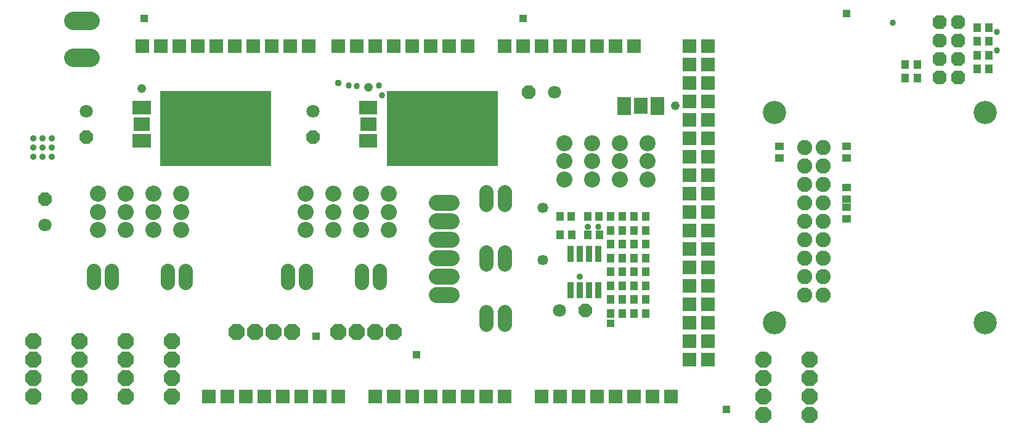
<source format=gbr>
G04 EAGLE Gerber RS-274X export*
G75*
%MOMM*%
%FSLAX34Y34*%
%LPD*%
%INSoldermask Top*%
%IPPOS*%
%AMOC8*
5,1,8,0,0,1.08239X$1,22.5*%
G01*
G04 Define Apertures*
%ADD10R,15.240000X10.318750*%
%ADD11R,1.903200X1.903200*%
%ADD12R,1.124100X1.173400*%
%ADD13R,0.805100X2.168600*%
%ADD14R,1.001900X1.177100*%
%ADD15C,1.463200*%
%ADD16C,1.930400*%
%ADD17P,1.95198X8X22.5*%
%ADD18C,1.803400*%
%ADD19C,2.243200*%
%ADD20C,2.081869*%
%ADD21C,3.203200*%
%ADD22R,1.177100X1.001900*%
%ADD23P,2.08945X8X292.5*%
%ADD24R,0.503200X1.853200*%
%ADD25R,2.203200X1.933200*%
%ADD26C,2.203200*%
%ADD27R,1.853200X0.503200*%
%ADD28R,1.933200X2.203200*%
%ADD29P,1.95198X8X292.5*%
%ADD30P,1.95198X8X202.5*%
%ADD31P,2.42802X8X202.5*%
%ADD32P,2.42802X8X112.5*%
%ADD33C,2.578100*%
%ADD34P,1.95198X8X112.5*%
%ADD35C,0.914400*%
%ADD36R,1.016000X1.016000*%
%ADD37C,1.219200*%
%ADD38C,0.959600*%
%ADD39C,0.863600*%
D10*
X288925Y394494D03*
X600075Y394494D03*
D11*
X279400Y25400D03*
X304800Y25400D03*
X330200Y25400D03*
X355600Y25400D03*
X381000Y25400D03*
X406400Y25400D03*
X431800Y25400D03*
X457200Y25400D03*
X508000Y25400D03*
X533400Y25400D03*
X558800Y25400D03*
X584200Y25400D03*
X609600Y25400D03*
X635000Y25400D03*
X660400Y25400D03*
X685800Y25400D03*
X736600Y25400D03*
X762000Y25400D03*
X787400Y25400D03*
X812800Y25400D03*
X838200Y25400D03*
X863600Y25400D03*
X889000Y25400D03*
X914400Y25400D03*
X939800Y76200D03*
X965200Y76200D03*
X939800Y101600D03*
X939800Y127000D03*
X965200Y101600D03*
X965200Y127000D03*
X939800Y152400D03*
X965200Y152400D03*
X939800Y177800D03*
X965200Y177800D03*
X939800Y203200D03*
X965200Y203200D03*
X939800Y228600D03*
X965200Y228600D03*
X939800Y254000D03*
X965200Y254000D03*
X939800Y279400D03*
X965200Y279400D03*
X939800Y304800D03*
X965200Y304800D03*
X939800Y330200D03*
X965200Y330200D03*
X939800Y355600D03*
X965200Y355600D03*
X939800Y381000D03*
X965200Y381000D03*
X939800Y406400D03*
X965200Y406400D03*
X939800Y431800D03*
X965200Y431800D03*
X939800Y457200D03*
X965200Y457200D03*
X939800Y482600D03*
X965200Y482600D03*
X939800Y508000D03*
X965200Y508000D03*
X863600Y508000D03*
X838200Y508000D03*
X812800Y508000D03*
X787400Y508000D03*
X762000Y508000D03*
X736600Y508000D03*
X711200Y508000D03*
X685800Y508000D03*
X635000Y508000D03*
X609600Y508000D03*
X584200Y508000D03*
X558800Y508000D03*
X533400Y508000D03*
X508000Y508000D03*
X482600Y508000D03*
X457200Y508000D03*
X416560Y508000D03*
X391160Y508000D03*
X365760Y508000D03*
X340360Y508000D03*
X314960Y508000D03*
X289560Y508000D03*
X264160Y508000D03*
X238760Y508000D03*
X213360Y508000D03*
X187960Y508000D03*
D12*
X815784Y273050D03*
X800292Y273050D03*
D13*
X814388Y221551D03*
X801688Y221551D03*
X788988Y221551D03*
X776288Y221551D03*
X776288Y172149D03*
X788988Y172149D03*
X801688Y172149D03*
X814388Y172149D03*
D14*
X831636Y139700D03*
X847940Y139700D03*
X879690Y215900D03*
X863386Y215900D03*
X847940Y234950D03*
X831636Y234950D03*
X879690Y234950D03*
X863386Y234950D03*
X847940Y254000D03*
X831636Y254000D03*
X879690Y254000D03*
X863386Y254000D03*
X847940Y273050D03*
X831636Y273050D03*
X879690Y273050D03*
X863386Y273050D03*
X799886Y247650D03*
X816190Y247650D03*
X761786Y247650D03*
X778090Y247650D03*
D15*
X738188Y285438D03*
X738188Y213038D03*
D14*
X879690Y139700D03*
X863386Y139700D03*
X847940Y158750D03*
X831636Y158750D03*
X879690Y158750D03*
X863386Y158750D03*
X847940Y177800D03*
X831636Y177800D03*
X879690Y177800D03*
X863386Y177800D03*
X847940Y196850D03*
X831636Y196850D03*
X879690Y196850D03*
X863386Y196850D03*
X847940Y215900D03*
X831636Y215900D03*
D12*
X762192Y273050D03*
X777684Y273050D03*
D16*
X685600Y141986D02*
X685600Y124714D01*
X660600Y124714D02*
X660600Y141986D01*
D17*
X796885Y144105D03*
D18*
X761325Y144105D03*
D19*
X613450Y292100D02*
X593050Y292100D01*
X593050Y266700D02*
X613450Y266700D01*
X613450Y241300D02*
X593050Y241300D01*
X593050Y215900D02*
X613450Y215900D01*
X613450Y190500D02*
X593050Y190500D01*
X593050Y165100D02*
X613450Y165100D01*
D20*
X1098550Y165100D03*
X1098550Y190500D03*
X1098550Y215900D03*
X1098550Y241300D03*
X1098550Y266700D03*
X1098550Y292100D03*
X1098550Y317500D03*
X1098550Y342900D03*
X1098550Y368300D03*
X1123950Y165100D03*
X1123950Y190500D03*
X1123950Y215900D03*
X1123950Y241300D03*
X1123950Y266700D03*
X1123950Y292100D03*
X1123950Y317500D03*
X1123950Y342900D03*
X1123950Y368300D03*
D21*
X1056640Y126560D03*
X1056640Y416560D03*
X1346640Y416560D03*
X1346640Y126560D03*
D22*
X1063625Y353798D03*
X1063625Y370102D03*
X1155700Y353798D03*
X1155700Y370102D03*
X1155700Y269978D03*
X1155700Y286282D03*
X1155700Y296648D03*
X1155700Y312952D03*
D23*
X1283335Y541020D03*
X1308735Y541020D03*
X1283335Y515620D03*
X1308735Y515620D03*
X1283335Y490220D03*
X1308735Y490220D03*
X1283335Y464820D03*
X1308735Y464820D03*
D14*
X1236448Y482600D03*
X1252752Y482600D03*
X1236448Y463550D03*
X1252752Y463550D03*
X1334873Y514350D03*
X1351177Y514350D03*
X1334873Y495300D03*
X1351177Y495300D03*
X1351177Y476250D03*
X1334873Y476250D03*
X1351177Y533400D03*
X1334873Y533400D03*
D24*
X197325Y423050D03*
X192325Y423050D03*
X187325Y423050D03*
X182325Y423050D03*
X177325Y423050D03*
X177325Y377050D03*
X182325Y377050D03*
X187325Y377050D03*
X192325Y377050D03*
X197325Y377050D03*
D25*
X187325Y400050D03*
D26*
X241300Y304400D03*
X241300Y279400D03*
X241300Y254400D03*
X203200Y304400D03*
X203200Y279400D03*
X203200Y254400D03*
X165100Y304400D03*
X165100Y279400D03*
X165100Y254400D03*
X127000Y304400D03*
X127000Y279400D03*
X127000Y254400D03*
D16*
X145850Y199136D02*
X145850Y181864D01*
X120850Y181864D02*
X120850Y199136D01*
X247450Y199136D02*
X247450Y181864D01*
X222450Y181864D02*
X222450Y199136D01*
D24*
X508475Y423050D03*
X503475Y423050D03*
X498475Y423050D03*
X493475Y423050D03*
X488475Y423050D03*
X488475Y377050D03*
X493475Y377050D03*
X498475Y377050D03*
X503475Y377050D03*
X508475Y377050D03*
D25*
X498475Y400050D03*
D26*
X527050Y304400D03*
X527050Y279400D03*
X527050Y254400D03*
X488950Y304400D03*
X488950Y279400D03*
X488950Y254400D03*
X450850Y304400D03*
X450850Y279400D03*
X450850Y254400D03*
X412750Y304400D03*
X412750Y279400D03*
X412750Y254400D03*
D16*
X412550Y199136D02*
X412550Y181864D01*
X387550Y181864D02*
X387550Y199136D01*
X514150Y199136D02*
X514150Y181864D01*
X489150Y181864D02*
X489150Y199136D01*
D27*
X896125Y415450D03*
X896125Y420450D03*
X896125Y425450D03*
X896125Y430450D03*
X896125Y435450D03*
X850125Y435450D03*
X850125Y430450D03*
X850125Y425450D03*
X850125Y420450D03*
X850125Y415450D03*
D28*
X873125Y425450D03*
D26*
X882650Y374250D03*
X882650Y349250D03*
X882650Y324250D03*
X844550Y374250D03*
X844550Y349250D03*
X844550Y324250D03*
X806450Y374250D03*
X806450Y349250D03*
X806450Y324250D03*
X768350Y374250D03*
X768350Y349250D03*
X768350Y324250D03*
D16*
X685600Y307086D02*
X685600Y289814D01*
X660600Y289814D02*
X660600Y307086D01*
X685600Y224536D02*
X685600Y207264D01*
X660600Y207264D02*
X660600Y224536D01*
D29*
X111125Y382270D03*
D18*
X111125Y417830D03*
D29*
X422275Y382270D03*
D18*
X422275Y417830D03*
D30*
X718820Y444500D03*
D18*
X754380Y444500D03*
D31*
X228600Y25400D03*
X228600Y50800D03*
X228600Y76200D03*
X228600Y101600D03*
X165100Y25400D03*
X165100Y50800D03*
X165100Y76200D03*
X165100Y101600D03*
X101600Y25400D03*
X101600Y50800D03*
X101600Y76200D03*
X101600Y101600D03*
X38100Y25400D03*
X38100Y50800D03*
X38100Y76200D03*
X38100Y101600D03*
D32*
X317500Y114300D03*
X342900Y114300D03*
X368300Y114300D03*
X393700Y114300D03*
X457200Y114300D03*
X482600Y114300D03*
X508000Y114300D03*
X533400Y114300D03*
D31*
X1041400Y0D03*
X1041400Y25400D03*
X1041400Y50800D03*
X1041400Y76200D03*
X1104900Y0D03*
X1104900Y25400D03*
X1104900Y50800D03*
X1104900Y76200D03*
D33*
X116650Y542925D02*
X92901Y542925D01*
X92901Y492125D02*
X116650Y492125D01*
D34*
X54610Y297180D03*
D18*
X54610Y261620D03*
D35*
X187325Y400050D03*
X180975Y404813D03*
X193675Y404813D03*
X180975Y395288D03*
X193675Y395288D03*
X498475Y400050D03*
X492125Y404813D03*
X504825Y404813D03*
X492125Y395288D03*
X504825Y395288D03*
X873125Y425450D03*
X868363Y431800D03*
X877888Y431800D03*
X868363Y419100D03*
X877888Y419100D03*
D36*
X711200Y546100D03*
X190500Y546100D03*
X1155700Y552450D03*
X990600Y7620D03*
X426720Y107950D03*
X565150Y82550D03*
X831850Y125730D03*
D37*
X920750Y425450D03*
X187325Y449263D03*
X498475Y450850D03*
D38*
X457200Y457200D03*
D39*
X1219200Y539750D03*
X1362075Y502158D03*
X1362075Y527050D03*
X814388Y258763D03*
X517525Y439738D03*
X512763Y454025D03*
X482600Y452438D03*
X471250Y454025D03*
D35*
X50800Y381000D03*
X38100Y381000D03*
X63500Y381000D03*
X63500Y368300D03*
X50800Y368300D03*
X38100Y368300D03*
X38100Y355600D03*
X50800Y355600D03*
X63500Y355600D03*
X800100Y258763D03*
X788988Y190500D03*
M02*

</source>
